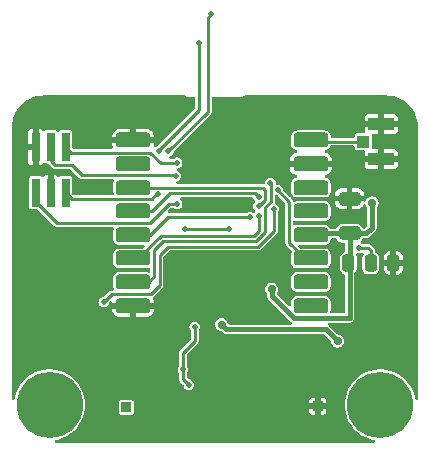
<source format=gbr>
%TF.GenerationSoftware,KiCad,Pcbnew,7.0.8*%
%TF.CreationDate,2023-11-19T15:13:28+01:00*%
%TF.ProjectId,AetherPhylax,41657468-6572-4506-9879-6c61782e6b69,rev?*%
%TF.SameCoordinates,Original*%
%TF.FileFunction,Copper,L2,Bot*%
%TF.FilePolarity,Positive*%
%FSLAX46Y46*%
G04 Gerber Fmt 4.6, Leading zero omitted, Abs format (unit mm)*
G04 Created by KiCad (PCBNEW 7.0.8) date 2023-11-19 15:13:28*
%MOMM*%
%LPD*%
G01*
G04 APERTURE LIST*
G04 Aperture macros list*
%AMRoundRect*
0 Rectangle with rounded corners*
0 $1 Rounding radius*
0 $2 $3 $4 $5 $6 $7 $8 $9 X,Y pos of 4 corners*
0 Add a 4 corners polygon primitive as box body*
4,1,4,$2,$3,$4,$5,$6,$7,$8,$9,$2,$3,0*
0 Add four circle primitives for the rounded corners*
1,1,$1+$1,$2,$3*
1,1,$1+$1,$4,$5*
1,1,$1+$1,$6,$7*
1,1,$1+$1,$8,$9*
0 Add four rect primitives between the rounded corners*
20,1,$1+$1,$2,$3,$4,$5,0*
20,1,$1+$1,$4,$5,$6,$7,0*
20,1,$1+$1,$6,$7,$8,$9,0*
20,1,$1+$1,$8,$9,$2,$3,0*%
G04 Aperture macros list end*
%TA.AperFunction,ComponentPad*%
%ADD10R,0.850000X0.850000*%
%TD*%
%TA.AperFunction,ComponentPad*%
%ADD11C,5.600000*%
%TD*%
%TA.AperFunction,SMDPad,CuDef*%
%ADD12R,1.050000X1.000000*%
%TD*%
%TA.AperFunction,SMDPad,CuDef*%
%ADD13R,2.200000X1.050000*%
%TD*%
%TA.AperFunction,SMDPad,CuDef*%
%ADD14RoundRect,0.250000X0.650000X-0.325000X0.650000X0.325000X-0.650000X0.325000X-0.650000X-0.325000X0*%
%TD*%
%TA.AperFunction,SMDPad,CuDef*%
%ADD15RoundRect,0.317500X-1.157500X-0.317500X1.157500X-0.317500X1.157500X0.317500X-1.157500X0.317500X0*%
%TD*%
%TA.AperFunction,SMDPad,CuDef*%
%ADD16RoundRect,0.250000X0.250000X0.475000X-0.250000X0.475000X-0.250000X-0.475000X0.250000X-0.475000X0*%
%TD*%
%TA.AperFunction,SMDPad,CuDef*%
%ADD17R,0.740000X2.400000*%
%TD*%
%TA.AperFunction,ViaPad*%
%ADD18C,0.700000*%
%TD*%
%TA.AperFunction,ViaPad*%
%ADD19C,0.500000*%
%TD*%
%TA.AperFunction,Conductor*%
%ADD20C,0.250000*%
%TD*%
%TA.AperFunction,Conductor*%
%ADD21C,0.400000*%
%TD*%
G04 APERTURE END LIST*
D10*
%TO.P,J1,1,Pin_1*%
%TO.N,VDD*%
X145050000Y-93950000D03*
%TD*%
%TO.P,J2,1,Pin_1*%
%TO.N,GND*%
X161250000Y-93850000D03*
%TD*%
D11*
%TO.P,H2,1,1*%
%TO.N,unconnected-(H2-Pad1)*%
X166550000Y-93750000D03*
%TD*%
%TO.P,H1,1,1*%
%TO.N,unconnected-(H1-Pad1)*%
X138550000Y-93750000D03*
%TD*%
D12*
%TO.P,ANT1,1,In*%
%TO.N,Net-(ANT1-In)*%
X165100000Y-71450000D03*
D13*
%TO.P,ANT1,2,Ext*%
%TO.N,GND*%
X166625000Y-69975000D03*
X166625000Y-72925000D03*
%TD*%
D14*
%TO.P,C4,1*%
%TO.N,+3V3*%
X163950000Y-79225000D03*
%TO.P,C4,2*%
%TO.N,GND*%
X163950000Y-76275000D03*
%TD*%
D15*
%TO.P,U4,1,GND*%
%TO.N,GND*%
X145625000Y-85350000D03*
%TO.P,U4,2,MISO*%
%TO.N,MISO*%
X145625000Y-83350000D03*
%TO.P,U4,3,MOSI*%
%TO.N,MOSI*%
X145625000Y-81350000D03*
%TO.P,U4,4,SCK*%
%TO.N,SCK*%
X145625000Y-79350000D03*
%TO.P,U4,5,NSS*%
%TO.N,CS*%
X145625000Y-77350000D03*
%TO.P,U4,6,RESET*%
%TO.N,RST*%
X145625000Y-75350000D03*
%TO.P,U4,7,DIO5*%
%TO.N,unconnected-(U4-DIO5-Pad7)*%
X145625000Y-73350000D03*
%TO.P,U4,8,GND*%
%TO.N,GND*%
X145625000Y-71350000D03*
%TO.P,U4,9,ANT*%
%TO.N,Net-(ANT1-In)*%
X160675000Y-71350000D03*
%TO.P,U4,10,GND*%
%TO.N,GND*%
X160675000Y-73350000D03*
%TO.P,U4,11,DIO3*%
%TO.N,unconnected-(U4-DIO3-Pad11)*%
X160675000Y-75350000D03*
%TO.P,U4,12,DIO4*%
%TO.N,unconnected-(U4-DIO4-Pad12)*%
X160675000Y-77350000D03*
%TO.P,U4,13,3.3V*%
%TO.N,+3V3*%
X160675000Y-79350000D03*
%TO.P,U4,14,DIO0*%
%TO.N,INT*%
X160675000Y-81350000D03*
%TO.P,U4,15,DIO1*%
%TO.N,unconnected-(U4-DIO1-Pad15)*%
X160675000Y-83350000D03*
%TO.P,U4,16,DIO2*%
%TO.N,unconnected-(U4-DIO2-Pad16)*%
X160675000Y-85350000D03*
%TD*%
D16*
%TO.P,JP2,1,A*%
%TO.N,GND*%
X167650000Y-81750000D03*
%TO.P,JP2,2,C*%
%TO.N,PA0*%
X165750000Y-81750000D03*
%TO.P,JP2,3,B*%
%TO.N,+3V3*%
X163850000Y-81750000D03*
%TD*%
D17*
%TO.P,DEBUG1,1,Pin_1*%
%TO.N,SWDIO*%
X139920000Y-75800000D03*
%TO.P,DEBUG1,2,Pin_2*%
%TO.N,SWCLK*%
X139920000Y-71900000D03*
%TO.P,DEBUG1,3,Pin_3*%
%TO.N,GND*%
X138650000Y-75800000D03*
%TO.P,DEBUG1,4,Pin_4*%
%TO.N,TX*%
X138650000Y-71900000D03*
%TO.P,DEBUG1,5,Pin_5*%
%TO.N,RX*%
X137380000Y-75800000D03*
%TO.P,DEBUG1,6,Pin_6*%
%TO.N,GND*%
X137380000Y-71900000D03*
%TD*%
D18*
%TO.N,GND*%
X156250000Y-90050000D03*
X142450000Y-68550000D03*
D19*
X155950000Y-88150000D03*
D18*
X151750000Y-76550000D03*
X152650000Y-82950000D03*
X162650000Y-68550000D03*
D19*
X152550000Y-90950000D03*
X153750000Y-89750000D03*
X152550000Y-89750000D03*
D18*
X153850000Y-74150000D03*
X163750000Y-72250000D03*
X153950000Y-76550000D03*
X157364115Y-80525536D03*
X151750000Y-74150000D03*
D19*
X153750000Y-90950000D03*
D18*
X151650000Y-82950000D03*
X162650000Y-69350000D03*
X152850000Y-76550000D03*
X157050000Y-72550000D03*
X161350000Y-90050000D03*
X152850000Y-74150000D03*
X157850000Y-72550000D03*
X153650000Y-82950000D03*
X158050000Y-79750000D03*
X162950000Y-72250000D03*
X142450000Y-69350000D03*
%TO.N,+BATT*%
X162950000Y-88350000D03*
X153112394Y-86945735D03*
%TO.N,+3V3*%
X165850000Y-76650000D03*
X157350000Y-83950000D03*
D19*
%TO.N,Net-(U3-~{RST}{slash}PF2)*%
X153744154Y-78856620D03*
X150043380Y-78856620D03*
%TO.N,VDD*%
X157550000Y-77150000D03*
X143150000Y-85050000D03*
%TO.N,SCL*%
X147800000Y-72287534D03*
X151199500Y-63075000D03*
%TO.N,SDA*%
X148609415Y-72264946D03*
X152250000Y-60650500D03*
%TO.N,PA0*%
X164750000Y-80450000D03*
%TO.N,SCK*%
X155543767Y-77856233D03*
%TO.N,MOSI*%
X156250000Y-77750000D03*
%TO.N,RST*%
X156256233Y-76943767D03*
%TO.N,CS*%
X156257188Y-76140416D03*
%TO.N,INT*%
X157856688Y-75550000D03*
%TO.N,MISO*%
X157250000Y-74990916D03*
%TO.N,SWDIO*%
X147713569Y-75924500D03*
%TO.N,SWCLK*%
X149350000Y-73250000D03*
%TO.N,TX*%
X149250000Y-74350000D03*
%TO.N,RX*%
X149350000Y-76750000D03*
%TO.N,/VSTOR*%
X149850000Y-90750000D03*
X150350000Y-92050000D03*
X150850000Y-87150000D03*
%TD*%
D20*
%TO.N,Net-(ANT1-In)*%
X160775000Y-71450000D02*
X160675000Y-71350000D01*
X165100000Y-71450000D02*
X160775000Y-71450000D01*
D21*
%TO.N,+BATT*%
X162950000Y-88350000D02*
X161950000Y-87350000D01*
X161950000Y-87350000D02*
X153516659Y-87350000D01*
X153516659Y-87350000D02*
X153112394Y-86945735D01*
%TO.N,+3V3*%
X165850000Y-78750000D02*
X165375000Y-79225000D01*
X163950000Y-86375760D02*
X163950000Y-79225000D01*
X163950000Y-79225000D02*
X160800000Y-79225000D01*
X159227122Y-86385000D02*
X163940760Y-86385000D01*
X157350000Y-84507878D02*
X159227122Y-86385000D01*
X165375000Y-79225000D02*
X163950000Y-79225000D01*
X163940760Y-86385000D02*
X163950000Y-86375760D01*
X157350000Y-83950000D02*
X157350000Y-84507878D01*
X160800000Y-79225000D02*
X160675000Y-79350000D01*
X165850000Y-76650000D02*
X165850000Y-78750000D01*
D20*
%TO.N,Net-(U3-~{RST}{slash}PF2)*%
X153744154Y-78856620D02*
X150043380Y-78856620D01*
X149950000Y-78950000D02*
X150043380Y-78856620D01*
%TO.N,VDD*%
X156222792Y-80350000D02*
X148550000Y-80350000D01*
X147875000Y-83625000D02*
X147110000Y-84390000D01*
X147875000Y-81025000D02*
X147875000Y-83625000D01*
X143810000Y-84390000D02*
X143150000Y-85050000D01*
X157550000Y-79022792D02*
X156222792Y-80350000D01*
X157550000Y-77150000D02*
X157550000Y-79022792D01*
X147110000Y-84390000D02*
X143810000Y-84390000D01*
X148550000Y-80350000D02*
X147875000Y-81025000D01*
%TO.N,SCL*%
X147800000Y-72287534D02*
X147800000Y-72159267D01*
X147800000Y-72159267D02*
X151199500Y-68759767D01*
X151199500Y-68759767D02*
X151199500Y-63075000D01*
%TO.N,SDA*%
X151947508Y-68940527D02*
X151947508Y-60952992D01*
X148623089Y-72264946D02*
X151947508Y-68940527D01*
X148609415Y-72264946D02*
X148623089Y-72264946D01*
X151947508Y-60952992D02*
X152250000Y-60650500D01*
%TO.N,PA0*%
X165750000Y-80650000D02*
X165750000Y-81750000D01*
X165550000Y-80450000D02*
X165750000Y-80650000D01*
X164750000Y-80450000D02*
X165550000Y-80450000D01*
%TO.N,SCK*%
X147100000Y-79350000D02*
X145625000Y-79350000D01*
X155537534Y-77850000D02*
X148600000Y-77850000D01*
X155543767Y-77856233D02*
X155537534Y-77850000D01*
X148600000Y-77850000D02*
X147100000Y-79350000D01*
%TO.N,MOSI*%
X146075906Y-81350000D02*
X145625000Y-81350000D01*
X156250000Y-79050000D02*
X155850000Y-79450000D01*
X156250000Y-77750000D02*
X156250000Y-79050000D01*
X147975906Y-79450000D02*
X146075906Y-81350000D01*
X155850000Y-79450000D02*
X147975906Y-79450000D01*
%TO.N,RST*%
X156832188Y-76378589D02*
X156832188Y-75543211D01*
X156832188Y-75543211D02*
X156638977Y-75350000D01*
X156267010Y-76943767D02*
X156832188Y-76378589D01*
X156256233Y-76943767D02*
X156267010Y-76943767D01*
X156638977Y-75350000D02*
X145625000Y-75350000D01*
%TO.N,CS*%
X147250000Y-77350000D02*
X145625000Y-77350000D01*
X155966772Y-75850000D02*
X148750000Y-75850000D01*
X156257188Y-76140416D02*
X155966772Y-75850000D01*
X148750000Y-75850000D02*
X147250000Y-77350000D01*
%TO.N,INT*%
X158850000Y-80050000D02*
X160150000Y-81350000D01*
X157856688Y-75550000D02*
X158850000Y-76543312D01*
X160150000Y-81350000D02*
X160675000Y-81350000D01*
X158850000Y-76543312D02*
X158850000Y-80050000D01*
%TO.N,MISO*%
X156036396Y-79900000D02*
X156831233Y-79105163D01*
X147425000Y-82875000D02*
X147425000Y-80675000D01*
X156831233Y-79105163D02*
X156831233Y-77015940D01*
X157282188Y-76564985D02*
X157282188Y-75023104D01*
X148200000Y-79900000D02*
X156036396Y-79900000D01*
X147425000Y-80675000D02*
X148200000Y-79900000D01*
X157282188Y-75023104D02*
X157250000Y-74990916D01*
X146950000Y-83350000D02*
X147425000Y-82875000D01*
X145625000Y-83350000D02*
X146950000Y-83350000D01*
X156831233Y-77015940D02*
X157282188Y-76564985D01*
%TO.N,SWDIO*%
X147203569Y-76310000D02*
X140430000Y-76310000D01*
X147589069Y-75924500D02*
X147203569Y-76310000D01*
X147713569Y-75924500D02*
X147589069Y-75924500D01*
X140430000Y-76310000D02*
X139920000Y-75800000D01*
%TO.N,SWCLK*%
X140410000Y-72390000D02*
X139920000Y-71900000D01*
X147090000Y-72390000D02*
X140410000Y-72390000D01*
X147950000Y-73250000D02*
X147090000Y-72390000D01*
X149350000Y-73250000D02*
X147950000Y-73250000D01*
%TO.N,TX*%
X138975000Y-73425000D02*
X140424620Y-73425000D01*
X138650000Y-71900000D02*
X138650000Y-73100000D01*
X140424620Y-73425000D02*
X141309620Y-74310000D01*
X138650000Y-73100000D02*
X138975000Y-73425000D01*
X149210000Y-74310000D02*
X149250000Y-74350000D01*
X141309620Y-74310000D02*
X149210000Y-74310000D01*
%TO.N,RX*%
X149350000Y-76750000D02*
X148681812Y-76750000D01*
X147081812Y-78350000D02*
X139170380Y-78350000D01*
X148681812Y-76750000D02*
X147081812Y-78350000D01*
X139170380Y-78350000D02*
X137380000Y-76559620D01*
X137380000Y-76559620D02*
X137380000Y-75800000D01*
%TO.N,/VSTOR*%
X150850000Y-88350000D02*
X149850000Y-89350000D01*
X149850000Y-89350000D02*
X149850000Y-91550000D01*
X150850000Y-87150000D02*
X150850000Y-88350000D01*
X149850000Y-91550000D02*
X150350000Y-92050000D01*
%TD*%
%TA.AperFunction,Conductor*%
%TO.N,GND*%
G36*
X150093039Y-67570185D02*
G01*
X150138794Y-67622989D01*
X150143188Y-67643188D01*
X150150000Y-67650000D01*
X150750000Y-67650000D01*
X150817039Y-67669685D01*
X150862794Y-67722489D01*
X150874000Y-67774000D01*
X150874000Y-68573578D01*
X150854315Y-68640617D01*
X150837681Y-68661259D01*
X147653400Y-71845539D01*
X147617236Y-71870650D01*
X147610930Y-71873529D01*
X147586694Y-71889105D01*
X147519654Y-71908788D01*
X147452615Y-71889102D01*
X147406861Y-71836297D01*
X147397509Y-71771241D01*
X147396748Y-71771182D01*
X147397014Y-71767795D01*
X147396920Y-71767138D01*
X147397202Y-71765407D01*
X147400000Y-71729865D01*
X147400000Y-71600000D01*
X143850001Y-71600000D01*
X143850001Y-71729861D01*
X143852754Y-71764862D01*
X143893731Y-71905905D01*
X143893531Y-71975775D01*
X143855588Y-72034445D01*
X143791950Y-72063288D01*
X143774654Y-72064500D01*
X140614500Y-72064500D01*
X140547461Y-72044815D01*
X140501706Y-71992011D01*
X140490500Y-71940500D01*
X140490500Y-71100000D01*
X143850000Y-71100000D01*
X145375000Y-71100000D01*
X145375000Y-70415000D01*
X145875000Y-70415000D01*
X145875000Y-71100000D01*
X147399999Y-71100000D01*
X147399999Y-70970139D01*
X147397245Y-70935137D01*
X147353716Y-70785310D01*
X147274301Y-70651025D01*
X147274294Y-70651016D01*
X147163983Y-70540705D01*
X147163974Y-70540698D01*
X147029688Y-70461282D01*
X147029683Y-70461280D01*
X146879870Y-70417755D01*
X146879864Y-70417754D01*
X146844865Y-70415000D01*
X145875000Y-70415000D01*
X145375000Y-70415000D01*
X145374999Y-70415000D01*
X144405139Y-70415001D01*
X144370137Y-70417754D01*
X144220310Y-70461283D01*
X144086025Y-70540698D01*
X144086016Y-70540705D01*
X143975705Y-70651016D01*
X143975698Y-70651025D01*
X143896282Y-70785311D01*
X143896280Y-70785316D01*
X143852755Y-70935129D01*
X143852754Y-70935135D01*
X143850000Y-70970135D01*
X143850000Y-71100000D01*
X140490500Y-71100000D01*
X140490500Y-70680249D01*
X140490499Y-70680247D01*
X140478868Y-70621770D01*
X140478867Y-70621769D01*
X140434552Y-70555447D01*
X140368230Y-70511132D01*
X140368229Y-70511131D01*
X140309752Y-70499500D01*
X140309748Y-70499500D01*
X139530252Y-70499500D01*
X139530247Y-70499500D01*
X139471770Y-70511131D01*
X139471769Y-70511132D01*
X139405447Y-70555447D01*
X139388102Y-70581407D01*
X139334489Y-70626212D01*
X139265164Y-70634919D01*
X139202137Y-70604764D01*
X139181898Y-70581407D01*
X139164552Y-70555447D01*
X139098230Y-70511132D01*
X139098229Y-70511131D01*
X139039752Y-70499500D01*
X139039748Y-70499500D01*
X138260252Y-70499500D01*
X138260247Y-70499500D01*
X138201770Y-70511131D01*
X138201767Y-70511133D01*
X138156675Y-70541262D01*
X138089997Y-70562139D01*
X138022618Y-70543653D01*
X138000105Y-70525840D01*
X137922479Y-70448214D01*
X137922474Y-70448211D01*
X137819876Y-70402910D01*
X137794794Y-70400000D01*
X137630000Y-70400000D01*
X137630000Y-73399999D01*
X137794786Y-73399999D01*
X137794808Y-73399997D01*
X137819869Y-73397091D01*
X137819873Y-73397090D01*
X137922474Y-73351788D01*
X137922475Y-73351788D01*
X138000104Y-73274159D01*
X138061427Y-73240674D01*
X138131119Y-73245658D01*
X138156676Y-73258738D01*
X138201766Y-73288866D01*
X138201770Y-73288868D01*
X138260247Y-73300499D01*
X138260250Y-73300500D01*
X138260252Y-73300500D01*
X138337426Y-73300500D01*
X138404465Y-73320185D01*
X138417129Y-73329508D01*
X138427813Y-73338473D01*
X138431804Y-73342130D01*
X138732868Y-73643195D01*
X138736523Y-73647184D01*
X138762541Y-73678190D01*
X138762542Y-73678191D01*
X138762545Y-73678194D01*
X138791387Y-73694845D01*
X138797604Y-73698435D01*
X138802154Y-73701333D01*
X138835316Y-73724553D01*
X138835318Y-73724553D01*
X138835319Y-73724554D01*
X138840168Y-73726815D01*
X138856947Y-73733765D01*
X138861952Y-73735587D01*
X138861953Y-73735587D01*
X138861955Y-73735588D01*
X138901829Y-73742618D01*
X138907092Y-73743786D01*
X138918907Y-73746951D01*
X138946193Y-73754263D01*
X138986510Y-73750735D01*
X138991912Y-73750500D01*
X140238432Y-73750500D01*
X140305471Y-73770185D01*
X140326113Y-73786819D01*
X141067483Y-74528189D01*
X141071138Y-74532178D01*
X141097161Y-74563190D01*
X141097163Y-74563191D01*
X141097165Y-74563194D01*
X141097167Y-74563195D01*
X141097168Y-74563196D01*
X141132219Y-74583433D01*
X141136782Y-74586339D01*
X141169936Y-74609554D01*
X141169939Y-74609554D01*
X141174796Y-74611820D01*
X141191553Y-74618760D01*
X141196570Y-74620586D01*
X141196572Y-74620586D01*
X141196575Y-74620588D01*
X141236438Y-74627616D01*
X141241696Y-74628782D01*
X141280813Y-74639264D01*
X141321138Y-74635735D01*
X141326542Y-74635500D01*
X143885042Y-74635500D01*
X143952081Y-74655185D01*
X143997836Y-74707989D01*
X144007780Y-74777147D01*
X144000396Y-74804990D01*
X143959498Y-74908698D01*
X143959496Y-74908704D01*
X143949500Y-74991947D01*
X143949500Y-75708052D01*
X143959496Y-75791295D01*
X143959497Y-75791298D01*
X143968848Y-75815009D01*
X143975130Y-75884596D01*
X143942794Y-75946532D01*
X143882105Y-75981154D01*
X143853494Y-75984500D01*
X140616188Y-75984500D01*
X140549149Y-75964815D01*
X140528507Y-75948181D01*
X140526819Y-75946493D01*
X140493334Y-75885170D01*
X140490500Y-75858812D01*
X140490500Y-74580249D01*
X140490499Y-74580247D01*
X140478868Y-74521770D01*
X140478867Y-74521769D01*
X140434552Y-74455447D01*
X140368230Y-74411132D01*
X140368229Y-74411131D01*
X140309752Y-74399500D01*
X140309748Y-74399500D01*
X139530252Y-74399500D01*
X139530247Y-74399500D01*
X139471770Y-74411131D01*
X139471767Y-74411133D01*
X139426675Y-74441262D01*
X139359997Y-74462139D01*
X139292618Y-74443653D01*
X139270105Y-74425840D01*
X139192479Y-74348214D01*
X139192474Y-74348211D01*
X139089876Y-74302910D01*
X139064794Y-74300000D01*
X138900000Y-74300000D01*
X138900000Y-75926000D01*
X138880315Y-75993039D01*
X138827511Y-76038794D01*
X138776000Y-76050000D01*
X138524000Y-76050000D01*
X138456961Y-76030315D01*
X138411206Y-75977511D01*
X138400000Y-75926000D01*
X138400000Y-74300000D01*
X138235214Y-74300000D01*
X138235191Y-74300002D01*
X138210130Y-74302908D01*
X138210126Y-74302909D01*
X138107525Y-74348211D01*
X138107523Y-74348212D01*
X138029894Y-74425841D01*
X137968570Y-74459325D01*
X137898879Y-74454341D01*
X137873323Y-74441262D01*
X137839547Y-74418694D01*
X137828231Y-74411133D01*
X137828230Y-74411132D01*
X137828229Y-74411132D01*
X137828229Y-74411131D01*
X137769752Y-74399500D01*
X137769748Y-74399500D01*
X136990252Y-74399500D01*
X136990247Y-74399500D01*
X136931770Y-74411131D01*
X136931769Y-74411132D01*
X136865447Y-74455447D01*
X136821132Y-74521769D01*
X136821131Y-74521770D01*
X136809500Y-74580247D01*
X136809500Y-77019752D01*
X136821131Y-77078229D01*
X136821132Y-77078230D01*
X136865447Y-77144552D01*
X136931769Y-77188867D01*
X136931770Y-77188868D01*
X136990247Y-77200499D01*
X136990250Y-77200500D01*
X136990252Y-77200500D01*
X137509192Y-77200500D01*
X137576231Y-77220185D01*
X137596873Y-77236819D01*
X138928243Y-78568189D01*
X138931898Y-78572178D01*
X138957921Y-78603190D01*
X138957923Y-78603191D01*
X138957925Y-78603194D01*
X138957927Y-78603195D01*
X138957928Y-78603196D01*
X138992979Y-78623433D01*
X138997542Y-78626339D01*
X139030696Y-78649554D01*
X139030699Y-78649554D01*
X139035556Y-78651820D01*
X139052313Y-78658760D01*
X139057333Y-78660587D01*
X139057335Y-78660588D01*
X139093186Y-78666909D01*
X139097188Y-78667615D01*
X139102460Y-78668783D01*
X139141573Y-78679264D01*
X139181902Y-78675735D01*
X139187304Y-78675500D01*
X143869268Y-78675500D01*
X143936307Y-78695185D01*
X143982062Y-78747989D01*
X143992006Y-78817147D01*
X143984622Y-78844990D01*
X143959498Y-78908698D01*
X143959496Y-78908704D01*
X143949500Y-78991947D01*
X143949500Y-79708052D01*
X143959496Y-79791295D01*
X144011736Y-79923766D01*
X144097774Y-80037225D01*
X144207901Y-80120736D01*
X144211236Y-80123265D01*
X144343703Y-80175503D01*
X144426948Y-80185500D01*
X146480718Y-80185500D01*
X146547757Y-80205185D01*
X146593512Y-80257989D01*
X146603456Y-80327147D01*
X146574431Y-80390703D01*
X146568399Y-80397181D01*
X146487399Y-80478181D01*
X146426076Y-80511666D01*
X146399718Y-80514500D01*
X144426948Y-80514500D01*
X144343704Y-80524496D01*
X144211233Y-80576736D01*
X144097774Y-80662774D01*
X144011736Y-80776233D01*
X143959496Y-80908704D01*
X143949500Y-80991947D01*
X143949500Y-81708052D01*
X143959496Y-81791295D01*
X144011736Y-81923766D01*
X144097774Y-82037225D01*
X144150499Y-82077207D01*
X144211236Y-82123265D01*
X144343703Y-82175503D01*
X144426948Y-82185500D01*
X146823052Y-82185500D01*
X146906297Y-82175503D01*
X146930009Y-82166151D01*
X146999596Y-82159870D01*
X147061532Y-82192206D01*
X147096154Y-82252895D01*
X147099500Y-82281506D01*
X147099500Y-82418493D01*
X147079815Y-82485532D01*
X147027011Y-82531287D01*
X146957853Y-82541231D01*
X146930013Y-82533849D01*
X146906297Y-82524497D01*
X146906295Y-82524496D01*
X146823052Y-82514500D01*
X144426948Y-82514500D01*
X144343704Y-82524496D01*
X144211233Y-82576736D01*
X144097774Y-82662774D01*
X144011736Y-82776233D01*
X143959496Y-82908704D01*
X143949500Y-82991947D01*
X143949500Y-83708052D01*
X143959496Y-83791295D01*
X143959498Y-83791301D01*
X144000396Y-83895010D01*
X144006678Y-83964597D01*
X143974341Y-84026533D01*
X143913653Y-84061154D01*
X143885042Y-84064500D01*
X143826922Y-84064500D01*
X143821518Y-84064264D01*
X143816107Y-84063790D01*
X143781192Y-84060735D01*
X143781191Y-84060735D01*
X143742091Y-84071212D01*
X143736811Y-84072383D01*
X143696959Y-84079410D01*
X143691961Y-84081229D01*
X143675117Y-84088206D01*
X143670313Y-84090446D01*
X143637166Y-84113656D01*
X143632606Y-84116562D01*
X143597548Y-84136804D01*
X143597545Y-84136806D01*
X143597543Y-84136808D01*
X143597541Y-84136810D01*
X143571524Y-84167815D01*
X143567868Y-84171804D01*
X143365230Y-84374444D01*
X143176493Y-84563181D01*
X143115170Y-84596666D01*
X143088812Y-84599500D01*
X143085226Y-84599500D01*
X142960935Y-84635994D01*
X142960932Y-84635995D01*
X142960931Y-84635996D01*
X142919264Y-84662774D01*
X142851950Y-84706033D01*
X142767118Y-84803937D01*
X142767117Y-84803938D01*
X142713302Y-84921774D01*
X142694867Y-85050000D01*
X142713302Y-85178225D01*
X142765090Y-85291623D01*
X142767118Y-85296063D01*
X142851951Y-85393967D01*
X142960931Y-85464004D01*
X143085225Y-85500499D01*
X143085227Y-85500500D01*
X143085228Y-85500500D01*
X143214773Y-85500500D01*
X143214773Y-85500499D01*
X143339069Y-85464004D01*
X143448049Y-85393967D01*
X143532882Y-85296063D01*
X143586697Y-85178226D01*
X143598387Y-85096914D01*
X143627409Y-85033361D01*
X143633437Y-85026887D01*
X143638328Y-85021996D01*
X143699654Y-84988518D01*
X143769345Y-84993510D01*
X143825275Y-85035387D01*
X143848989Y-85098989D01*
X143850000Y-85100000D01*
X147399999Y-85100000D01*
X147399999Y-84970139D01*
X147397245Y-84935137D01*
X147353716Y-84785309D01*
X147336269Y-84755808D01*
X147319085Y-84688085D01*
X147341244Y-84621822D01*
X147355313Y-84605011D01*
X148093210Y-83867115D01*
X148097172Y-83863484D01*
X148128194Y-83837455D01*
X148148444Y-83802379D01*
X148151328Y-83797852D01*
X148174554Y-83764684D01*
X148174554Y-83764681D01*
X148176819Y-83759824D01*
X148183747Y-83743099D01*
X148185587Y-83738046D01*
X148185588Y-83738045D01*
X148192621Y-83698150D01*
X148193777Y-83692937D01*
X148204263Y-83653807D01*
X148200735Y-83613489D01*
X148200500Y-83608086D01*
X148200500Y-81211188D01*
X148220185Y-81144149D01*
X148236819Y-81123507D01*
X148648508Y-80711819D01*
X148709831Y-80678334D01*
X148736189Y-80675500D01*
X156205870Y-80675500D01*
X156211273Y-80675735D01*
X156251599Y-80679264D01*
X156290732Y-80668777D01*
X156295954Y-80667619D01*
X156335837Y-80660588D01*
X156335842Y-80660584D01*
X156340891Y-80658747D01*
X156357616Y-80651819D01*
X156362473Y-80649554D01*
X156362476Y-80649554D01*
X156395633Y-80626335D01*
X156400182Y-80623438D01*
X156435247Y-80603194D01*
X156461273Y-80572176D01*
X156464914Y-80568202D01*
X157768204Y-79264912D01*
X157772166Y-79261281D01*
X157803194Y-79235247D01*
X157823438Y-79200182D01*
X157826335Y-79195633D01*
X157849554Y-79162476D01*
X157849554Y-79162473D01*
X157851819Y-79157616D01*
X157858747Y-79140891D01*
X157860584Y-79135842D01*
X157860588Y-79135837D01*
X157867619Y-79095954D01*
X157868777Y-79090732D01*
X157879264Y-79051599D01*
X157875735Y-79011270D01*
X157875500Y-79005867D01*
X157875500Y-77508535D01*
X157895185Y-77441496D01*
X157905783Y-77427336D01*
X157932882Y-77396063D01*
X157986697Y-77278226D01*
X158005133Y-77150000D01*
X157986697Y-77021774D01*
X157932882Y-76903937D01*
X157848049Y-76806033D01*
X157739069Y-76735996D01*
X157739067Y-76735995D01*
X157739065Y-76735994D01*
X157699963Y-76724513D01*
X157641185Y-76686739D01*
X157612160Y-76623183D01*
X157611370Y-76594722D01*
X157611449Y-76593799D01*
X157611452Y-76593792D01*
X157607923Y-76553463D01*
X157607688Y-76548060D01*
X157607688Y-76112050D01*
X157627373Y-76045011D01*
X157680177Y-75999256D01*
X157749335Y-75989312D01*
X157766610Y-75993069D01*
X157791916Y-76000500D01*
X157795500Y-76000500D01*
X157798939Y-76001509D01*
X157800693Y-76001762D01*
X157800656Y-76002014D01*
X157862539Y-76020185D01*
X157883181Y-76036819D01*
X158488181Y-76641819D01*
X158521666Y-76703142D01*
X158524500Y-76729500D01*
X158524500Y-80033078D01*
X158524264Y-80038485D01*
X158520735Y-80078808D01*
X158531212Y-80117910D01*
X158532383Y-80123190D01*
X158539411Y-80163043D01*
X158541235Y-80168055D01*
X158548197Y-80184861D01*
X158550445Y-80189681D01*
X158550446Y-80189684D01*
X158555433Y-80196806D01*
X158573655Y-80222831D01*
X158576561Y-80227392D01*
X158596806Y-80262455D01*
X158627815Y-80288475D01*
X158631805Y-80292131D01*
X159019546Y-80679872D01*
X159053031Y-80741195D01*
X159048047Y-80810887D01*
X159047220Y-80813042D01*
X159009497Y-80908702D01*
X159009496Y-80908704D01*
X158999500Y-80991947D01*
X158999500Y-81708052D01*
X159009496Y-81791295D01*
X159061736Y-81923766D01*
X159147774Y-82037225D01*
X159200499Y-82077207D01*
X159261236Y-82123265D01*
X159393703Y-82175503D01*
X159476948Y-82185500D01*
X161873052Y-82185500D01*
X161956297Y-82175503D01*
X162088764Y-82123265D01*
X162202225Y-82037225D01*
X162288265Y-81923764D01*
X162340503Y-81791297D01*
X162350500Y-81708052D01*
X162350500Y-80991948D01*
X162340503Y-80908703D01*
X162288265Y-80776236D01*
X162266488Y-80747518D01*
X162202225Y-80662774D01*
X162088766Y-80576736D01*
X162088764Y-80576735D01*
X161956297Y-80524497D01*
X161956296Y-80524496D01*
X161956295Y-80524496D01*
X161873052Y-80514500D01*
X159826188Y-80514500D01*
X159759149Y-80494815D01*
X159738507Y-80478181D01*
X159657507Y-80397181D01*
X159624022Y-80335858D01*
X159629006Y-80266166D01*
X159670878Y-80210233D01*
X159736342Y-80185816D01*
X159745188Y-80185500D01*
X161873052Y-80185500D01*
X161956297Y-80175503D01*
X162088764Y-80123265D01*
X162202225Y-80037225D01*
X162288265Y-79923764D01*
X162340503Y-79791297D01*
X162347298Y-79734714D01*
X162374835Y-79670501D01*
X162432718Y-79631368D01*
X162470413Y-79625500D01*
X162761153Y-79625500D01*
X162828192Y-79645185D01*
X162873947Y-79697989D01*
X162878187Y-79708528D01*
X162897207Y-79762882D01*
X162977850Y-79872150D01*
X163087118Y-79952793D01*
X163129845Y-79967744D01*
X163215299Y-79997646D01*
X163245730Y-80000500D01*
X163245734Y-80000500D01*
X163425500Y-80000500D01*
X163492539Y-80020185D01*
X163538294Y-80072989D01*
X163549500Y-80124500D01*
X163549500Y-80727404D01*
X163529815Y-80794443D01*
X163477011Y-80840198D01*
X163466456Y-80844445D01*
X163387117Y-80872207D01*
X163277850Y-80952850D01*
X163197207Y-81062117D01*
X163197206Y-81062119D01*
X163152353Y-81190298D01*
X163152353Y-81190300D01*
X163149500Y-81220730D01*
X163149500Y-82279269D01*
X163152353Y-82309699D01*
X163152353Y-82309701D01*
X163197206Y-82437880D01*
X163197207Y-82437882D01*
X163277850Y-82547150D01*
X163387118Y-82627793D01*
X163466458Y-82655555D01*
X163523231Y-82696275D01*
X163548978Y-82761228D01*
X163549500Y-82772595D01*
X163549500Y-85860500D01*
X163529815Y-85927539D01*
X163477011Y-85973294D01*
X163425500Y-85984500D01*
X162446506Y-85984500D01*
X162379467Y-85964815D01*
X162333712Y-85912011D01*
X162323768Y-85842853D01*
X162331152Y-85815009D01*
X162340503Y-85791297D01*
X162350500Y-85708052D01*
X162350500Y-84991948D01*
X162340503Y-84908703D01*
X162288265Y-84776236D01*
X162288263Y-84776233D01*
X162202225Y-84662774D01*
X162088766Y-84576736D01*
X162088764Y-84576735D01*
X161956297Y-84524497D01*
X161956296Y-84524496D01*
X161956295Y-84524496D01*
X161873052Y-84514500D01*
X159476948Y-84514500D01*
X159393704Y-84524496D01*
X159261233Y-84576736D01*
X159147774Y-84662774D01*
X159061736Y-84776233D01*
X159009496Y-84908704D01*
X158999500Y-84991947D01*
X158999500Y-85291623D01*
X158979815Y-85358662D01*
X158927011Y-85404417D01*
X158857853Y-85414361D01*
X158794297Y-85385336D01*
X158787819Y-85379304D01*
X157823212Y-84414697D01*
X157789727Y-84353374D01*
X157794711Y-84283682D01*
X157812516Y-84251532D01*
X157830861Y-84227625D01*
X157886330Y-84093709D01*
X157905250Y-83950000D01*
X157886330Y-83806291D01*
X157845639Y-83708052D01*
X158999500Y-83708052D01*
X159009496Y-83791295D01*
X159061736Y-83923766D01*
X159147774Y-84037225D01*
X159261233Y-84123263D01*
X159261236Y-84123265D01*
X159393703Y-84175503D01*
X159476948Y-84185500D01*
X161873052Y-84185500D01*
X161956297Y-84175503D01*
X162088764Y-84123265D01*
X162202225Y-84037225D01*
X162288265Y-83923764D01*
X162340503Y-83791297D01*
X162350500Y-83708052D01*
X162350500Y-82991948D01*
X162340503Y-82908703D01*
X162288265Y-82776236D01*
X162211875Y-82675500D01*
X162202225Y-82662774D01*
X162088766Y-82576736D01*
X162088764Y-82576735D01*
X161956297Y-82524497D01*
X161956296Y-82524496D01*
X161956295Y-82524496D01*
X161873052Y-82514500D01*
X159476948Y-82514500D01*
X159393704Y-82524496D01*
X159261233Y-82576736D01*
X159147774Y-82662774D01*
X159061736Y-82776233D01*
X159009496Y-82908704D01*
X158999500Y-82991947D01*
X158999500Y-83708052D01*
X157845639Y-83708052D01*
X157830861Y-83672375D01*
X157742621Y-83557379D01*
X157627625Y-83469139D01*
X157627624Y-83469138D01*
X157627622Y-83469137D01*
X157493712Y-83413671D01*
X157493710Y-83413670D01*
X157493709Y-83413670D01*
X157421854Y-83404210D01*
X157350001Y-83394750D01*
X157349999Y-83394750D01*
X157206291Y-83413670D01*
X157206287Y-83413671D01*
X157072377Y-83469137D01*
X156957379Y-83557379D01*
X156869137Y-83672377D01*
X156813671Y-83806287D01*
X156813670Y-83806291D01*
X156794750Y-83950000D01*
X156813240Y-84090446D01*
X156813670Y-84093708D01*
X156813671Y-84093712D01*
X156869138Y-84227623D01*
X156869139Y-84227625D01*
X156923875Y-84298957D01*
X156949070Y-84364125D01*
X156949500Y-84374444D01*
X156949500Y-84571307D01*
X156949501Y-84571317D01*
X156956346Y-84592385D01*
X156960887Y-84611296D01*
X156964354Y-84633182D01*
X156964355Y-84633185D01*
X156974412Y-84652923D01*
X156981857Y-84670896D01*
X156988704Y-84691968D01*
X157001726Y-84709892D01*
X157011890Y-84726478D01*
X157021950Y-84746220D01*
X157042864Y-84767134D01*
X157042893Y-84767165D01*
X158899072Y-86623342D01*
X158988780Y-86713050D01*
X158992633Y-86715013D01*
X158996472Y-86718638D01*
X158996679Y-86718789D01*
X158996659Y-86718815D01*
X159043431Y-86762986D01*
X159060228Y-86830806D01*
X159037693Y-86896942D01*
X158982980Y-86940395D01*
X158936342Y-86949500D01*
X153776884Y-86949500D01*
X153709845Y-86929815D01*
X153664090Y-86877011D01*
X153653945Y-86841685D01*
X153649251Y-86806033D01*
X153648724Y-86802026D01*
X153602523Y-86690486D01*
X153593256Y-86668112D01*
X153593255Y-86668111D01*
X153593255Y-86668110D01*
X153505015Y-86553114D01*
X153390019Y-86464874D01*
X153390018Y-86464873D01*
X153390016Y-86464872D01*
X153256106Y-86409406D01*
X153256104Y-86409405D01*
X153256103Y-86409405D01*
X153184248Y-86399945D01*
X153112395Y-86390485D01*
X153112393Y-86390485D01*
X152968685Y-86409405D01*
X152968681Y-86409406D01*
X152834771Y-86464872D01*
X152719773Y-86553114D01*
X152631531Y-86668112D01*
X152576065Y-86802022D01*
X152576064Y-86802026D01*
X152558834Y-86932902D01*
X152557144Y-86945735D01*
X152566419Y-87016188D01*
X152576064Y-87089443D01*
X152576065Y-87089447D01*
X152631531Y-87223357D01*
X152631532Y-87223359D01*
X152631533Y-87223360D01*
X152719773Y-87338356D01*
X152834769Y-87426596D01*
X152834770Y-87426596D01*
X152834771Y-87426597D01*
X152870741Y-87441496D01*
X152968685Y-87482065D01*
X153057829Y-87493800D01*
X153121724Y-87522066D01*
X153129312Y-87529046D01*
X153255750Y-87655484D01*
X153257655Y-87657389D01*
X153257665Y-87657398D01*
X153278317Y-87678050D01*
X153298053Y-87688106D01*
X153314641Y-87698271D01*
X153332569Y-87711296D01*
X153353638Y-87718141D01*
X153371617Y-87725588D01*
X153391355Y-87735646D01*
X153413237Y-87739111D01*
X153432150Y-87743652D01*
X153453226Y-87750500D01*
X153485140Y-87750500D01*
X161732745Y-87750500D01*
X161799784Y-87770185D01*
X161820426Y-87786819D01*
X162366675Y-88333068D01*
X162400160Y-88394391D01*
X162401933Y-88404563D01*
X162413670Y-88493707D01*
X162413671Y-88493712D01*
X162469137Y-88627622D01*
X162469138Y-88627624D01*
X162469139Y-88627625D01*
X162557379Y-88742621D01*
X162672375Y-88830861D01*
X162806291Y-88886330D01*
X162933280Y-88903048D01*
X162949999Y-88905250D01*
X162950000Y-88905250D01*
X162950001Y-88905250D01*
X162964977Y-88903278D01*
X163093709Y-88886330D01*
X163227625Y-88830861D01*
X163342621Y-88742621D01*
X163430861Y-88627625D01*
X163486330Y-88493709D01*
X163505250Y-88350000D01*
X163503733Y-88338481D01*
X163503021Y-88333068D01*
X163486330Y-88206291D01*
X163430861Y-88072375D01*
X163342621Y-87957379D01*
X163227625Y-87869139D01*
X163227624Y-87869138D01*
X163227622Y-87869137D01*
X163093712Y-87813671D01*
X163093710Y-87813670D01*
X163093709Y-87813670D01*
X163045009Y-87807258D01*
X163004563Y-87801933D01*
X162940666Y-87773666D01*
X162933068Y-87766675D01*
X162209287Y-87042893D01*
X162209256Y-87042864D01*
X162188342Y-87021950D01*
X162188341Y-87021949D01*
X162184482Y-87019983D01*
X162180638Y-87016353D01*
X162180446Y-87016213D01*
X162180464Y-87016188D01*
X162133688Y-86972008D01*
X162116894Y-86904186D01*
X162139433Y-86838052D01*
X162194149Y-86794602D01*
X162240780Y-86785500D01*
X164004191Y-86785500D01*
X164004193Y-86785500D01*
X164025261Y-86778654D01*
X164044177Y-86774112D01*
X164066064Y-86770646D01*
X164085804Y-86760586D01*
X164103771Y-86753144D01*
X164124850Y-86746296D01*
X164142786Y-86733263D01*
X164159348Y-86723114D01*
X164179102Y-86713050D01*
X164194592Y-86697558D01*
X164194601Y-86697552D01*
X164255482Y-86636671D01*
X164262145Y-86630006D01*
X164268810Y-86623342D01*
X164278050Y-86614102D01*
X164288109Y-86594357D01*
X164298271Y-86577774D01*
X164311296Y-86559850D01*
X164318141Y-86538782D01*
X164325586Y-86520805D01*
X164335646Y-86501064D01*
X164339112Y-86479175D01*
X164343652Y-86460261D01*
X164350499Y-86439193D01*
X164350499Y-86409836D01*
X164350500Y-86409811D01*
X164350500Y-82662628D01*
X164370185Y-82595589D01*
X164400866Y-82562857D01*
X164422150Y-82547150D01*
X164502793Y-82437882D01*
X164531290Y-82356443D01*
X164547646Y-82309701D01*
X164547646Y-82309699D01*
X164550500Y-82279269D01*
X164550500Y-81220730D01*
X164547646Y-81190300D01*
X164547646Y-81190298D01*
X164499724Y-81053348D01*
X164502425Y-81052402D01*
X164491486Y-80998592D01*
X164516794Y-80933467D01*
X164573294Y-80892363D01*
X164643047Y-80888330D01*
X164649950Y-80890141D01*
X164685228Y-80900500D01*
X164814773Y-80900500D01*
X164814773Y-80900499D01*
X164939069Y-80864004D01*
X164950885Y-80856410D01*
X165017918Y-80836725D01*
X165084958Y-80856407D01*
X165130715Y-80909209D01*
X165140662Y-80978367D01*
X165117695Y-81034356D01*
X165097209Y-81062114D01*
X165097206Y-81062119D01*
X165052353Y-81190298D01*
X165052353Y-81190300D01*
X165049500Y-81220730D01*
X165049500Y-82279269D01*
X165052353Y-82309699D01*
X165052353Y-82309701D01*
X165097206Y-82437880D01*
X165097207Y-82437882D01*
X165177850Y-82547150D01*
X165287118Y-82627793D01*
X165329845Y-82642744D01*
X165415299Y-82672646D01*
X165445730Y-82675500D01*
X165445734Y-82675500D01*
X166054270Y-82675500D01*
X166084699Y-82672646D01*
X166084701Y-82672646D01*
X166148790Y-82650219D01*
X166212882Y-82627793D01*
X166322150Y-82547150D01*
X166402793Y-82437882D01*
X166431290Y-82356443D01*
X166447646Y-82309701D01*
X166447646Y-82309699D01*
X166450500Y-82279269D01*
X166450500Y-82000000D01*
X166850000Y-82000000D01*
X166850000Y-82268053D01*
X166860613Y-82356443D01*
X166916079Y-82497095D01*
X167007435Y-82617564D01*
X167127904Y-82708920D01*
X167268556Y-82764386D01*
X167356946Y-82775000D01*
X167400000Y-82775000D01*
X167400000Y-82000000D01*
X167900000Y-82000000D01*
X167900000Y-82775000D01*
X167943054Y-82775000D01*
X168031443Y-82764386D01*
X168172095Y-82708920D01*
X168292564Y-82617564D01*
X168383920Y-82497095D01*
X168439386Y-82356443D01*
X168450000Y-82268053D01*
X168450000Y-82000000D01*
X167900000Y-82000000D01*
X167400000Y-82000000D01*
X166850000Y-82000000D01*
X166450500Y-82000000D01*
X166450500Y-81500000D01*
X166850000Y-81500000D01*
X167400000Y-81500000D01*
X167400000Y-80725000D01*
X167900000Y-80725000D01*
X167900000Y-81500000D01*
X168450000Y-81500000D01*
X168450000Y-81231946D01*
X168439386Y-81143556D01*
X168383920Y-81002904D01*
X168292564Y-80882435D01*
X168172095Y-80791079D01*
X168031443Y-80735613D01*
X167943054Y-80725000D01*
X167900000Y-80725000D01*
X167400000Y-80725000D01*
X167356946Y-80725000D01*
X167268556Y-80735613D01*
X167127904Y-80791079D01*
X167007435Y-80882435D01*
X166916079Y-81002904D01*
X166860613Y-81143556D01*
X166850000Y-81231946D01*
X166850000Y-81500000D01*
X166450500Y-81500000D01*
X166450500Y-81220730D01*
X166447646Y-81190300D01*
X166447646Y-81190298D01*
X166402793Y-81062119D01*
X166402792Y-81062117D01*
X166395622Y-81052402D01*
X166322150Y-80952850D01*
X166212882Y-80872207D01*
X166189445Y-80864006D01*
X166158544Y-80853193D01*
X166101768Y-80812471D01*
X166076022Y-80747518D01*
X166075500Y-80736152D01*
X166075500Y-80666920D01*
X166075736Y-80661513D01*
X166076783Y-80649554D01*
X166079264Y-80621193D01*
X166068782Y-80582076D01*
X166067616Y-80576818D01*
X166060588Y-80536955D01*
X166060586Y-80536952D01*
X166060586Y-80536950D01*
X166058760Y-80531933D01*
X166051820Y-80515176D01*
X166049554Y-80510319D01*
X166049554Y-80510316D01*
X166026339Y-80477162D01*
X166023433Y-80472599D01*
X166003196Y-80437548D01*
X166003195Y-80437547D01*
X166003194Y-80437545D01*
X165972177Y-80411518D01*
X165968193Y-80407867D01*
X165887473Y-80327147D01*
X165792119Y-80231793D01*
X165788474Y-80227814D01*
X165762456Y-80196807D01*
X165762455Y-80196806D01*
X165750118Y-80189683D01*
X165727392Y-80176561D01*
X165722831Y-80173655D01*
X165707675Y-80163043D01*
X165689684Y-80150446D01*
X165689681Y-80150445D01*
X165684861Y-80148197D01*
X165668055Y-80141235D01*
X165663043Y-80139411D01*
X165623190Y-80132383D01*
X165617910Y-80131212D01*
X165578808Y-80120735D01*
X165543892Y-80123790D01*
X165538481Y-80124264D01*
X165533078Y-80124500D01*
X165113194Y-80124500D01*
X165046155Y-80104816D01*
X164956851Y-80047423D01*
X164911098Y-79994622D01*
X164901154Y-79925464D01*
X164924120Y-79869480D01*
X165002793Y-79762882D01*
X165021806Y-79708543D01*
X165062527Y-79651769D01*
X165127480Y-79626022D01*
X165138847Y-79625500D01*
X165438431Y-79625500D01*
X165438433Y-79625500D01*
X165459501Y-79618654D01*
X165478417Y-79614112D01*
X165500304Y-79610646D01*
X165520044Y-79600586D01*
X165538011Y-79593144D01*
X165559090Y-79586296D01*
X165577026Y-79573263D01*
X165593588Y-79563114D01*
X165613342Y-79553050D01*
X165628834Y-79537557D01*
X165628841Y-79537552D01*
X166019710Y-79146682D01*
X166155483Y-79010909D01*
X166178050Y-78988342D01*
X166188109Y-78968597D01*
X166198271Y-78952014D01*
X166211296Y-78934090D01*
X166218141Y-78913022D01*
X166225586Y-78895045D01*
X166235646Y-78875304D01*
X166239112Y-78853415D01*
X166243652Y-78834501D01*
X166250499Y-78813433D01*
X166250499Y-78784076D01*
X166250500Y-78784051D01*
X166250500Y-77074444D01*
X166270185Y-77007405D01*
X166276125Y-76998957D01*
X166278346Y-76996063D01*
X166330861Y-76927625D01*
X166386330Y-76793709D01*
X166405250Y-76650000D01*
X166386330Y-76506291D01*
X166330861Y-76372375D01*
X166242621Y-76257379D01*
X166127625Y-76169139D01*
X166127624Y-76169138D01*
X166127622Y-76169137D01*
X165993712Y-76113671D01*
X165993710Y-76113670D01*
X165993709Y-76113670D01*
X165921854Y-76104210D01*
X165850001Y-76094750D01*
X165849999Y-76094750D01*
X165706291Y-76113670D01*
X165706287Y-76113671D01*
X165572377Y-76169137D01*
X165508310Y-76218298D01*
X165457379Y-76257379D01*
X165370600Y-76370472D01*
X165369137Y-76372378D01*
X165331270Y-76463799D01*
X165287429Y-76518203D01*
X165221135Y-76540268D01*
X165161315Y-76525000D01*
X164200000Y-76525000D01*
X164200000Y-77150000D01*
X164643054Y-77150000D01*
X164731443Y-77139386D01*
X164872095Y-77083920D01*
X164992564Y-76992564D01*
X165083921Y-76872094D01*
X165099278Y-76833151D01*
X165142184Y-76778007D01*
X165208091Y-76754813D01*
X165276076Y-76770933D01*
X165324553Y-76821250D01*
X165329194Y-76831188D01*
X165348677Y-76878226D01*
X165369139Y-76927625D01*
X165421653Y-76996062D01*
X165423875Y-76998957D01*
X165449070Y-77064125D01*
X165449500Y-77074444D01*
X165449500Y-78532745D01*
X165429815Y-78599784D01*
X165413181Y-78620426D01*
X165245426Y-78788181D01*
X165184103Y-78821666D01*
X165157745Y-78824500D01*
X165138847Y-78824500D01*
X165071808Y-78804815D01*
X165026053Y-78752011D01*
X165021812Y-78741471D01*
X165002793Y-78687118D01*
X164922150Y-78577850D01*
X164812882Y-78497207D01*
X164812880Y-78497206D01*
X164684700Y-78452353D01*
X164654270Y-78449500D01*
X164654266Y-78449500D01*
X163245734Y-78449500D01*
X163245730Y-78449500D01*
X163215300Y-78452353D01*
X163215298Y-78452353D01*
X163087119Y-78497206D01*
X163087117Y-78497207D01*
X162977850Y-78577850D01*
X162910737Y-78668786D01*
X162897207Y-78687118D01*
X162878193Y-78741456D01*
X162837473Y-78798231D01*
X162772520Y-78823978D01*
X162761153Y-78824500D01*
X162386454Y-78824500D01*
X162319415Y-78804815D01*
X162287650Y-78775425D01*
X162202225Y-78662774D01*
X162088766Y-78576736D01*
X162088764Y-78576735D01*
X161956297Y-78524497D01*
X161956296Y-78524496D01*
X161956295Y-78524496D01*
X161873052Y-78514500D01*
X159476948Y-78514500D01*
X159393704Y-78524496D01*
X159393702Y-78524497D01*
X159344989Y-78543707D01*
X159275402Y-78549988D01*
X159213466Y-78517650D01*
X159178845Y-78456961D01*
X159175500Y-78428352D01*
X159175500Y-78271647D01*
X159195185Y-78204608D01*
X159247989Y-78158853D01*
X159317147Y-78148909D01*
X159344986Y-78156291D01*
X159393703Y-78175503D01*
X159476948Y-78185500D01*
X161873052Y-78185500D01*
X161956297Y-78175503D01*
X162088764Y-78123265D01*
X162202225Y-78037225D01*
X162288265Y-77923764D01*
X162340503Y-77791297D01*
X162350500Y-77708052D01*
X162350500Y-76991948D01*
X162340503Y-76908703D01*
X162288265Y-76776236D01*
X162275574Y-76759500D01*
X162202225Y-76662774D01*
X162088766Y-76576736D01*
X162088764Y-76576735D01*
X161957573Y-76525000D01*
X162750000Y-76525000D01*
X162750000Y-76643053D01*
X162760613Y-76731443D01*
X162816079Y-76872095D01*
X162907435Y-76992564D01*
X163027904Y-77083920D01*
X163168556Y-77139386D01*
X163256946Y-77150000D01*
X163700000Y-77150000D01*
X163700000Y-76525000D01*
X162750000Y-76525000D01*
X161957573Y-76525000D01*
X161956297Y-76524497D01*
X161956296Y-76524496D01*
X161956295Y-76524496D01*
X161873052Y-76514500D01*
X159476948Y-76514500D01*
X159393704Y-76524496D01*
X159393702Y-76524497D01*
X159332518Y-76548625D01*
X159262932Y-76554906D01*
X159200996Y-76522569D01*
X159166375Y-76461880D01*
X159164921Y-76454844D01*
X159160588Y-76430267D01*
X159160586Y-76430264D01*
X159160586Y-76430261D01*
X159158760Y-76425245D01*
X159151820Y-76408488D01*
X159149554Y-76403631D01*
X159149554Y-76403628D01*
X159126337Y-76370471D01*
X159123435Y-76365917D01*
X159103194Y-76330857D01*
X159072182Y-76304834D01*
X159068210Y-76301195D01*
X159008159Y-76241144D01*
X158985062Y-76198845D01*
X158957843Y-76188885D01*
X158943855Y-76176840D01*
X158340131Y-75573117D01*
X158306646Y-75511794D01*
X158305076Y-75503095D01*
X158293385Y-75421774D01*
X158239570Y-75303937D01*
X158154737Y-75206033D01*
X158045757Y-75135996D01*
X158045753Y-75135994D01*
X158045752Y-75135994D01*
X157921462Y-75099500D01*
X157921460Y-75099500D01*
X157828192Y-75099500D01*
X157761153Y-75079815D01*
X157715398Y-75027011D01*
X157705454Y-74993147D01*
X157686697Y-74862690D01*
X157632882Y-74744854D01*
X157632882Y-74744853D01*
X157548049Y-74646949D01*
X157439069Y-74576912D01*
X157439065Y-74576910D01*
X157439064Y-74576910D01*
X157314774Y-74540416D01*
X157314772Y-74540416D01*
X157185228Y-74540416D01*
X157185226Y-74540416D01*
X157060935Y-74576910D01*
X157060932Y-74576911D01*
X157060931Y-74576912D01*
X157010142Y-74609552D01*
X156951950Y-74646949D01*
X156867118Y-74744853D01*
X156867117Y-74744854D01*
X156813302Y-74862690D01*
X156805747Y-74915241D01*
X156776722Y-74978797D01*
X156717943Y-75016571D01*
X156672203Y-75021122D01*
X156667785Y-75020735D01*
X156632869Y-75023790D01*
X156627458Y-75024264D01*
X156622055Y-75024500D01*
X149414340Y-75024500D01*
X149347301Y-75004815D01*
X149301546Y-74952011D01*
X149291602Y-74882853D01*
X149320627Y-74819297D01*
X149379405Y-74781523D01*
X149379406Y-74781523D01*
X149439064Y-74764006D01*
X149439065Y-74764005D01*
X149439069Y-74764004D01*
X149548049Y-74693967D01*
X149632882Y-74596063D01*
X149686697Y-74478226D01*
X149705133Y-74350000D01*
X149686697Y-74221774D01*
X149632882Y-74103937D01*
X149548049Y-74006033D01*
X149439069Y-73935996D01*
X149439065Y-73935994D01*
X149439064Y-73935994D01*
X149431103Y-73933656D01*
X149372326Y-73895879D01*
X149343303Y-73832322D01*
X149353250Y-73763164D01*
X149399006Y-73710362D01*
X149431102Y-73695705D01*
X149539069Y-73664004D01*
X149638661Y-73600000D01*
X158900001Y-73600000D01*
X158900001Y-73729861D01*
X158902754Y-73764862D01*
X158946283Y-73914689D01*
X159025698Y-74048974D01*
X159025705Y-74048983D01*
X159136016Y-74159294D01*
X159136025Y-74159301D01*
X159270311Y-74238717D01*
X159418344Y-74281724D01*
X159477230Y-74319330D01*
X159506437Y-74382803D01*
X159496691Y-74451990D01*
X159451088Y-74504924D01*
X159398543Y-74523915D01*
X159393708Y-74524495D01*
X159393705Y-74524496D01*
X159261233Y-74576736D01*
X159147774Y-74662774D01*
X159061736Y-74776233D01*
X159009496Y-74908704D01*
X158999500Y-74991947D01*
X158999500Y-75708052D01*
X159009496Y-75791295D01*
X159061736Y-75923766D01*
X159130340Y-76014234D01*
X159140687Y-76041459D01*
X159155267Y-76044631D01*
X159170765Y-76054659D01*
X159246446Y-76112050D01*
X159261236Y-76123265D01*
X159393703Y-76175503D01*
X159476948Y-76185500D01*
X161873052Y-76185500D01*
X161956297Y-76175503D01*
X162088764Y-76123265D01*
X162202225Y-76037225D01*
X162211495Y-76025000D01*
X162750000Y-76025000D01*
X163700000Y-76025000D01*
X163700000Y-75400000D01*
X164200000Y-75400000D01*
X164200000Y-76025000D01*
X165150000Y-76025000D01*
X165150000Y-75906946D01*
X165139386Y-75818556D01*
X165083920Y-75677904D01*
X164992564Y-75557435D01*
X164872095Y-75466079D01*
X164731443Y-75410613D01*
X164643054Y-75400000D01*
X164200000Y-75400000D01*
X163700000Y-75400000D01*
X163256946Y-75400000D01*
X163168556Y-75410613D01*
X163027904Y-75466079D01*
X162907435Y-75557435D01*
X162816079Y-75677904D01*
X162760613Y-75818556D01*
X162750000Y-75906946D01*
X162750000Y-76025000D01*
X162211495Y-76025000D01*
X162288265Y-75923764D01*
X162340503Y-75791297D01*
X162350500Y-75708052D01*
X162350500Y-74991948D01*
X162340503Y-74908703D01*
X162288265Y-74776236D01*
X162278991Y-74764006D01*
X162202225Y-74662774D01*
X162088766Y-74576736D01*
X162088764Y-74576735D01*
X161956297Y-74524497D01*
X161951456Y-74523915D01*
X161887244Y-74496374D01*
X161848115Y-74438489D01*
X161846493Y-74368639D01*
X161882892Y-74308999D01*
X161931655Y-74281724D01*
X162079688Y-74238717D01*
X162213974Y-74159301D01*
X162213983Y-74159294D01*
X162324294Y-74048983D01*
X162324301Y-74048974D01*
X162403717Y-73914688D01*
X162403719Y-73914683D01*
X162447244Y-73764870D01*
X162447245Y-73764864D01*
X162450000Y-73729865D01*
X162450000Y-73600000D01*
X158900001Y-73600000D01*
X149638661Y-73600000D01*
X149648049Y-73593967D01*
X149732882Y-73496063D01*
X149786697Y-73378226D01*
X149805133Y-73250000D01*
X149794350Y-73175000D01*
X165225001Y-73175000D01*
X165225001Y-73494785D01*
X165225002Y-73494808D01*
X165227908Y-73519869D01*
X165227909Y-73519873D01*
X165273211Y-73622474D01*
X165273214Y-73622479D01*
X165352520Y-73701785D01*
X165352525Y-73701788D01*
X165455123Y-73747089D01*
X165480206Y-73749999D01*
X166374999Y-73749999D01*
X166375000Y-73749998D01*
X166375000Y-73175000D01*
X166875000Y-73175000D01*
X166875000Y-73749999D01*
X167769786Y-73749999D01*
X167769808Y-73749997D01*
X167794869Y-73747091D01*
X167794873Y-73747090D01*
X167897474Y-73701788D01*
X167897479Y-73701785D01*
X167976785Y-73622479D01*
X167976788Y-73622474D01*
X168022089Y-73519877D01*
X168022089Y-73519875D01*
X168024999Y-73494794D01*
X168025000Y-73494791D01*
X168025000Y-73175000D01*
X166875000Y-73175000D01*
X166375000Y-73175000D01*
X165225001Y-73175000D01*
X149794350Y-73175000D01*
X149786697Y-73121774D01*
X149776753Y-73100000D01*
X158900000Y-73100000D01*
X162449999Y-73100000D01*
X162449999Y-72970139D01*
X162447245Y-72935137D01*
X162403716Y-72785310D01*
X162324301Y-72651025D01*
X162324294Y-72651016D01*
X162213983Y-72540705D01*
X162213974Y-72540698D01*
X162079688Y-72461282D01*
X162079683Y-72461280D01*
X161931654Y-72418274D01*
X161872768Y-72380668D01*
X161843562Y-72317196D01*
X161853308Y-72248009D01*
X161898912Y-72195075D01*
X161951462Y-72176083D01*
X161956297Y-72175503D01*
X162088764Y-72123265D01*
X162202225Y-72037225D01*
X162288265Y-71923764D01*
X162308075Y-71873529D01*
X162315773Y-71854010D01*
X162358679Y-71798866D01*
X162424586Y-71775673D01*
X162431127Y-71775500D01*
X164250500Y-71775500D01*
X164317539Y-71795185D01*
X164363294Y-71847989D01*
X164374500Y-71899500D01*
X164374500Y-71969752D01*
X164386131Y-72028229D01*
X164386132Y-72028230D01*
X164430447Y-72094552D01*
X164496769Y-72138867D01*
X164496770Y-72138868D01*
X164555247Y-72150499D01*
X164555250Y-72150500D01*
X165116921Y-72150500D01*
X165183960Y-72170185D01*
X165229715Y-72222989D01*
X165239659Y-72292147D01*
X165230355Y-72324587D01*
X165227910Y-72330122D01*
X165227910Y-72330124D01*
X165225000Y-72355205D01*
X165225000Y-72675000D01*
X166375000Y-72675000D01*
X166375000Y-72100000D01*
X166875000Y-72100000D01*
X166875000Y-72675000D01*
X168024999Y-72675000D01*
X168024999Y-72355214D01*
X168024997Y-72355191D01*
X168022091Y-72330130D01*
X168022090Y-72330126D01*
X167976788Y-72227525D01*
X167976785Y-72227520D01*
X167897479Y-72148214D01*
X167897474Y-72148211D01*
X167794876Y-72102910D01*
X167769794Y-72100000D01*
X166875000Y-72100000D01*
X166375000Y-72100000D01*
X165949484Y-72100000D01*
X165882445Y-72080315D01*
X165836690Y-72027511D01*
X165828119Y-71975840D01*
X165825500Y-71975840D01*
X165825500Y-70924160D01*
X165828376Y-70924160D01*
X165839050Y-70867604D01*
X165887071Y-70816852D01*
X165949484Y-70799999D01*
X166375000Y-70799999D01*
X166375000Y-70225000D01*
X166875000Y-70225000D01*
X166875000Y-70799999D01*
X167769786Y-70799999D01*
X167769808Y-70799997D01*
X167794869Y-70797091D01*
X167794873Y-70797090D01*
X167897474Y-70751788D01*
X167897479Y-70751785D01*
X167976785Y-70672479D01*
X167976788Y-70672474D01*
X168022089Y-70569877D01*
X168022089Y-70569875D01*
X168024999Y-70544794D01*
X168025000Y-70544791D01*
X168025000Y-70225000D01*
X166875000Y-70225000D01*
X166375000Y-70225000D01*
X165225001Y-70225000D01*
X165225001Y-70544785D01*
X165225002Y-70544808D01*
X165227908Y-70569869D01*
X165227909Y-70569872D01*
X165230356Y-70575413D01*
X165239428Y-70644691D01*
X165209605Y-70707876D01*
X165150356Y-70744908D01*
X165116922Y-70749500D01*
X164555247Y-70749500D01*
X164496770Y-70761131D01*
X164496769Y-70761132D01*
X164430447Y-70805447D01*
X164386132Y-70871769D01*
X164386131Y-70871770D01*
X164374500Y-70930247D01*
X164374500Y-71000500D01*
X164354815Y-71067539D01*
X164302011Y-71113294D01*
X164250500Y-71124500D01*
X162474500Y-71124500D01*
X162407461Y-71104815D01*
X162361706Y-71052011D01*
X162350500Y-71000500D01*
X162350500Y-70991947D01*
X162343677Y-70935135D01*
X162340503Y-70908703D01*
X162288265Y-70776236D01*
X162276812Y-70761133D01*
X162202225Y-70662774D01*
X162088766Y-70576736D01*
X162088764Y-70576735D01*
X161956297Y-70524497D01*
X161956296Y-70524496D01*
X161956295Y-70524496D01*
X161873052Y-70514500D01*
X159476948Y-70514500D01*
X159393704Y-70524496D01*
X159261233Y-70576736D01*
X159147774Y-70662774D01*
X159061736Y-70776233D01*
X159009496Y-70908704D01*
X158999500Y-70991947D01*
X158999500Y-71708052D01*
X159009496Y-71791295D01*
X159009497Y-71791297D01*
X159061733Y-71923760D01*
X159061736Y-71923766D01*
X159147774Y-72037225D01*
X159261233Y-72123263D01*
X159261236Y-72123265D01*
X159393703Y-72175503D01*
X159398537Y-72176083D01*
X159462748Y-72203619D01*
X159501881Y-72261502D01*
X159503509Y-72331352D01*
X159467113Y-72390994D01*
X159418345Y-72418274D01*
X159270316Y-72461280D01*
X159270311Y-72461282D01*
X159136025Y-72540698D01*
X159136016Y-72540705D01*
X159025705Y-72651016D01*
X159025698Y-72651025D01*
X158946282Y-72785311D01*
X158946280Y-72785316D01*
X158902755Y-72935129D01*
X158902754Y-72935135D01*
X158900000Y-72970135D01*
X158900000Y-73100000D01*
X149776753Y-73100000D01*
X149732882Y-73003937D01*
X149648049Y-72906033D01*
X149539069Y-72835996D01*
X149539065Y-72835994D01*
X149539064Y-72835994D01*
X149414774Y-72799500D01*
X149414772Y-72799500D01*
X149285228Y-72799500D01*
X149285226Y-72799500D01*
X149160935Y-72835994D01*
X149160932Y-72835995D01*
X149160931Y-72835996D01*
X149053845Y-72904816D01*
X148986806Y-72924500D01*
X148824657Y-72924500D01*
X148757618Y-72904815D01*
X148711863Y-72852011D01*
X148701919Y-72782853D01*
X148730944Y-72719297D01*
X148789722Y-72681523D01*
X148789724Y-72681522D01*
X148798484Y-72678950D01*
X148907464Y-72608913D01*
X148992297Y-72511009D01*
X149046112Y-72393172D01*
X149055505Y-72327832D01*
X149084528Y-72264277D01*
X149090548Y-72257811D01*
X151623360Y-69725000D01*
X165225000Y-69725000D01*
X166375000Y-69725000D01*
X166375000Y-69150000D01*
X166875000Y-69150000D01*
X166875000Y-69725000D01*
X168024999Y-69725000D01*
X168024999Y-69405214D01*
X168024997Y-69405191D01*
X168022091Y-69380130D01*
X168022090Y-69380126D01*
X167976788Y-69277525D01*
X167976785Y-69277520D01*
X167897479Y-69198214D01*
X167897474Y-69198211D01*
X167794876Y-69152910D01*
X167769794Y-69150000D01*
X166875000Y-69150000D01*
X166375000Y-69150000D01*
X165480214Y-69150000D01*
X165480191Y-69150002D01*
X165455130Y-69152908D01*
X165455126Y-69152909D01*
X165352525Y-69198211D01*
X165352520Y-69198214D01*
X165273214Y-69277520D01*
X165273211Y-69277525D01*
X165227910Y-69380122D01*
X165227910Y-69380124D01*
X165225000Y-69405205D01*
X165225000Y-69725000D01*
X151623360Y-69725000D01*
X152165718Y-69182642D01*
X152169680Y-69179011D01*
X152200702Y-69152982D01*
X152220952Y-69117905D01*
X152223841Y-69113372D01*
X152247061Y-69080211D01*
X152247063Y-69080203D01*
X152249324Y-69075355D01*
X152256262Y-69058606D01*
X152258091Y-69053579D01*
X152258096Y-69053572D01*
X152265130Y-69013674D01*
X152266287Y-69008456D01*
X152276771Y-68969334D01*
X152273243Y-68929016D01*
X152273008Y-68923613D01*
X152273008Y-67774000D01*
X152292693Y-67706961D01*
X152345497Y-67661206D01*
X152397008Y-67650000D01*
X154950000Y-67650000D01*
X154960184Y-67639815D01*
X154969685Y-67607461D01*
X155022489Y-67561706D01*
X155074000Y-67550500D01*
X167002405Y-67550500D01*
X167048258Y-67550500D01*
X167051735Y-67550598D01*
X167192940Y-67558527D01*
X167348780Y-67567279D01*
X167355670Y-67568055D01*
X167604372Y-67610311D01*
X167647257Y-67617598D01*
X167654041Y-67619146D01*
X167938242Y-67701023D01*
X167944809Y-67703322D01*
X168081428Y-67759911D01*
X168218060Y-67816505D01*
X168224309Y-67819515D01*
X168393444Y-67912992D01*
X168483170Y-67962582D01*
X168489062Y-67966284D01*
X168730268Y-68137429D01*
X168735708Y-68141767D01*
X168956236Y-68338843D01*
X168961156Y-68343763D01*
X169158232Y-68564291D01*
X169162570Y-68569731D01*
X169333715Y-68810937D01*
X169337417Y-68816829D01*
X169480480Y-69075682D01*
X169483499Y-69081951D01*
X169596677Y-69355190D01*
X169598976Y-69361757D01*
X169680853Y-69645958D01*
X169682401Y-69652742D01*
X169731942Y-69944315D01*
X169732721Y-69951229D01*
X169749402Y-70248264D01*
X169749500Y-70251741D01*
X169749500Y-93198747D01*
X169729815Y-93265786D01*
X169677011Y-93311541D01*
X169607853Y-93321485D01*
X169544297Y-93292460D01*
X169506523Y-93233682D01*
X169503384Y-93220279D01*
X169474571Y-93056872D01*
X169474569Y-93056865D01*
X169374325Y-92722027D01*
X169235889Y-92401096D01*
X169061130Y-92098404D01*
X169061129Y-92098402D01*
X168852415Y-91818050D01*
X168852410Y-91818044D01*
X168718055Y-91675637D01*
X168612558Y-91563817D01*
X168435412Y-91415174D01*
X168344813Y-91339152D01*
X168344805Y-91339146D01*
X168052796Y-91147088D01*
X167740458Y-90990226D01*
X167740452Y-90990223D01*
X167412012Y-90870681D01*
X167412009Y-90870680D01*
X167071915Y-90790077D01*
X167028519Y-90785004D01*
X166724759Y-90749500D01*
X166375241Y-90749500D01*
X166071480Y-90785004D01*
X166028085Y-90790077D01*
X166028083Y-90790077D01*
X165687990Y-90870680D01*
X165687987Y-90870681D01*
X165359547Y-90990223D01*
X165359541Y-90990226D01*
X165047203Y-91147088D01*
X164755194Y-91339146D01*
X164755186Y-91339152D01*
X164487442Y-91563817D01*
X164487440Y-91563819D01*
X164247589Y-91818044D01*
X164247584Y-91818050D01*
X164038870Y-92098402D01*
X163864113Y-92401091D01*
X163864107Y-92401104D01*
X163725674Y-92722027D01*
X163625430Y-93056865D01*
X163625428Y-93056872D01*
X163564739Y-93401061D01*
X163564738Y-93401072D01*
X163544415Y-93749996D01*
X163544415Y-93750003D01*
X163564738Y-94098927D01*
X163564739Y-94098938D01*
X163625428Y-94443127D01*
X163625430Y-94443134D01*
X163725674Y-94777972D01*
X163864107Y-95098895D01*
X163864113Y-95098908D01*
X164038870Y-95401597D01*
X164247584Y-95681949D01*
X164247589Y-95681955D01*
X164371463Y-95813253D01*
X164487442Y-95936183D01*
X164663903Y-96084251D01*
X164755186Y-96160847D01*
X164755194Y-96160853D01*
X165047203Y-96352911D01*
X165047207Y-96352913D01*
X165359549Y-96509777D01*
X165687989Y-96629319D01*
X165907702Y-96681391D01*
X166006647Y-96704842D01*
X166067340Y-96739457D01*
X166099684Y-96801389D01*
X166093411Y-96870977D01*
X166050511Y-96926125D01*
X165984606Y-96949327D01*
X165978051Y-96949500D01*
X139121949Y-96949500D01*
X139054910Y-96929815D01*
X139009155Y-96877011D01*
X138999211Y-96807853D01*
X139028236Y-96744297D01*
X139087014Y-96706523D01*
X139093353Y-96704842D01*
X139189035Y-96682165D01*
X139412011Y-96629319D01*
X139740451Y-96509777D01*
X140052793Y-96352913D01*
X140344811Y-96160849D01*
X140612558Y-95936183D01*
X140852412Y-95681953D01*
X141061130Y-95401596D01*
X141235889Y-95098904D01*
X141374326Y-94777971D01*
X141474569Y-94443136D01*
X141474572Y-94443124D01*
X141483101Y-94394752D01*
X144424500Y-94394752D01*
X144436131Y-94453229D01*
X144436132Y-94453230D01*
X144480447Y-94519552D01*
X144546769Y-94563867D01*
X144546770Y-94563868D01*
X144605247Y-94575499D01*
X144605250Y-94575500D01*
X144605252Y-94575500D01*
X145494750Y-94575500D01*
X145494751Y-94575499D01*
X145511896Y-94572089D01*
X145553229Y-94563868D01*
X145553229Y-94563867D01*
X145553231Y-94563867D01*
X145619552Y-94519552D01*
X145663867Y-94453231D01*
X145663867Y-94453229D01*
X145663868Y-94453229D01*
X145675499Y-94394752D01*
X145675500Y-94394750D01*
X145675500Y-94100000D01*
X160525001Y-94100000D01*
X160525001Y-94319785D01*
X160525002Y-94319808D01*
X160527908Y-94344869D01*
X160527909Y-94344873D01*
X160573211Y-94447474D01*
X160573214Y-94447479D01*
X160652520Y-94526785D01*
X160652525Y-94526788D01*
X160755123Y-94572089D01*
X160780206Y-94574999D01*
X160999999Y-94574999D01*
X161000000Y-94574998D01*
X161000000Y-94100000D01*
X160525001Y-94100000D01*
X145675500Y-94100000D01*
X145675500Y-93850000D01*
X160995102Y-93850000D01*
X161014505Y-93947545D01*
X161069760Y-94030240D01*
X161152455Y-94085495D01*
X161225376Y-94100000D01*
X161274624Y-94100000D01*
X161500000Y-94100000D01*
X161500000Y-94574999D01*
X161719786Y-94574999D01*
X161719808Y-94574997D01*
X161744869Y-94572091D01*
X161744873Y-94572090D01*
X161847474Y-94526788D01*
X161847479Y-94526785D01*
X161926785Y-94447479D01*
X161926788Y-94447474D01*
X161972089Y-94344877D01*
X161972089Y-94344875D01*
X161974999Y-94319794D01*
X161975000Y-94319791D01*
X161975000Y-94100000D01*
X161500000Y-94100000D01*
X161274624Y-94100000D01*
X161347545Y-94085495D01*
X161430240Y-94030240D01*
X161485495Y-93947545D01*
X161504898Y-93850000D01*
X161485495Y-93752455D01*
X161430240Y-93669760D01*
X161347545Y-93614505D01*
X161274624Y-93600000D01*
X161225376Y-93600000D01*
X161152455Y-93614505D01*
X161069760Y-93669760D01*
X161014505Y-93752455D01*
X160995102Y-93850000D01*
X145675500Y-93850000D01*
X145675500Y-93600000D01*
X160525000Y-93600000D01*
X161000000Y-93600000D01*
X161000000Y-93125000D01*
X161500000Y-93125000D01*
X161500000Y-93600000D01*
X161974999Y-93600000D01*
X161974999Y-93380214D01*
X161974997Y-93380191D01*
X161972091Y-93355130D01*
X161972090Y-93355126D01*
X161926788Y-93252525D01*
X161926785Y-93252520D01*
X161847479Y-93173214D01*
X161847474Y-93173211D01*
X161744876Y-93127910D01*
X161719794Y-93125000D01*
X161500000Y-93125000D01*
X161000000Y-93125000D01*
X160780214Y-93125000D01*
X160780191Y-93125002D01*
X160755130Y-93127908D01*
X160755126Y-93127909D01*
X160652525Y-93173211D01*
X160652520Y-93173214D01*
X160573214Y-93252520D01*
X160573211Y-93252525D01*
X160527910Y-93355122D01*
X160527910Y-93355124D01*
X160525000Y-93380205D01*
X160525000Y-93600000D01*
X145675500Y-93600000D01*
X145675500Y-93505249D01*
X145675499Y-93505247D01*
X145663868Y-93446770D01*
X145663867Y-93446769D01*
X145619552Y-93380447D01*
X145553230Y-93336132D01*
X145553229Y-93336131D01*
X145494752Y-93324500D01*
X145494748Y-93324500D01*
X144605252Y-93324500D01*
X144605247Y-93324500D01*
X144546770Y-93336131D01*
X144546769Y-93336132D01*
X144480447Y-93380447D01*
X144436132Y-93446769D01*
X144436131Y-93446770D01*
X144424500Y-93505247D01*
X144424500Y-94394752D01*
X141483101Y-94394752D01*
X141535260Y-94098938D01*
X141535259Y-94098938D01*
X141535262Y-94098927D01*
X141555585Y-93750000D01*
X141535262Y-93401073D01*
X141531584Y-93380214D01*
X141474571Y-93056872D01*
X141474569Y-93056865D01*
X141374325Y-92722027D01*
X141235889Y-92401096D01*
X141061130Y-92098404D01*
X141061129Y-92098402D01*
X140852415Y-91818050D01*
X140852410Y-91818044D01*
X140718055Y-91675637D01*
X140612558Y-91563817D01*
X140435412Y-91415174D01*
X140344813Y-91339152D01*
X140344805Y-91339146D01*
X140052796Y-91147088D01*
X139740458Y-90990226D01*
X139740452Y-90990223D01*
X139412012Y-90870681D01*
X139412009Y-90870680D01*
X139071915Y-90790077D01*
X139028519Y-90785004D01*
X138729037Y-90750000D01*
X149394867Y-90750000D01*
X149413302Y-90878225D01*
X149464451Y-90990223D01*
X149467118Y-90996063D01*
X149494213Y-91027333D01*
X149523238Y-91090888D01*
X149524500Y-91108535D01*
X149524500Y-91533078D01*
X149524264Y-91538485D01*
X149520735Y-91578808D01*
X149531212Y-91617910D01*
X149532383Y-91623190D01*
X149539411Y-91663043D01*
X149541235Y-91668055D01*
X149548197Y-91684861D01*
X149550445Y-91689681D01*
X149550446Y-91689684D01*
X149561894Y-91706033D01*
X149573655Y-91722831D01*
X149576561Y-91727392D01*
X149596806Y-91762455D01*
X149627815Y-91788475D01*
X149631805Y-91792131D01*
X149866555Y-92026881D01*
X149900040Y-92088204D01*
X149901612Y-92096915D01*
X149913302Y-92178225D01*
X149967117Y-92296061D01*
X149967118Y-92296063D01*
X150051951Y-92393967D01*
X150160931Y-92464004D01*
X150285225Y-92500499D01*
X150285227Y-92500500D01*
X150285228Y-92500500D01*
X150414773Y-92500500D01*
X150414773Y-92500499D01*
X150539069Y-92464004D01*
X150648049Y-92393967D01*
X150732882Y-92296063D01*
X150786697Y-92178226D01*
X150805133Y-92050000D01*
X150786697Y-91921774D01*
X150732882Y-91803937D01*
X150648049Y-91706033D01*
X150539069Y-91635996D01*
X150539065Y-91635994D01*
X150539064Y-91635994D01*
X150414774Y-91599500D01*
X150414772Y-91599500D01*
X150411188Y-91599500D01*
X150407748Y-91598490D01*
X150405995Y-91598238D01*
X150406031Y-91597985D01*
X150344149Y-91579815D01*
X150323507Y-91563181D01*
X150211819Y-91451493D01*
X150178334Y-91390170D01*
X150175500Y-91363812D01*
X150175500Y-91108535D01*
X150195185Y-91041496D01*
X150205783Y-91027336D01*
X150232882Y-90996063D01*
X150286697Y-90878226D01*
X150305133Y-90750000D01*
X150286697Y-90621774D01*
X150232882Y-90503937D01*
X150223880Y-90493548D01*
X150205785Y-90472664D01*
X150176762Y-90409108D01*
X150175500Y-90391464D01*
X150175500Y-89536187D01*
X150195185Y-89469148D01*
X150211815Y-89448510D01*
X151068215Y-88592109D01*
X151072166Y-88588489D01*
X151103194Y-88562455D01*
X151123438Y-88527390D01*
X151126335Y-88522841D01*
X151149554Y-88489684D01*
X151149554Y-88489681D01*
X151151819Y-88484824D01*
X151158747Y-88468099D01*
X151160584Y-88463050D01*
X151160588Y-88463045D01*
X151167619Y-88423162D01*
X151168777Y-88417940D01*
X151179264Y-88378807D01*
X151175735Y-88338478D01*
X151175500Y-88333075D01*
X151175500Y-87508535D01*
X151195185Y-87441496D01*
X151205783Y-87427336D01*
X151232882Y-87396063D01*
X151286697Y-87278226D01*
X151305133Y-87150000D01*
X151286697Y-87021774D01*
X151232882Y-86903937D01*
X151148049Y-86806033D01*
X151039069Y-86735996D01*
X151039065Y-86735994D01*
X151039064Y-86735994D01*
X150914774Y-86699500D01*
X150914772Y-86699500D01*
X150785228Y-86699500D01*
X150785226Y-86699500D01*
X150660935Y-86735994D01*
X150660932Y-86735995D01*
X150660931Y-86735996D01*
X150644904Y-86746296D01*
X150551950Y-86806033D01*
X150467118Y-86903937D01*
X150467117Y-86903938D01*
X150413302Y-87021774D01*
X150394867Y-87150000D01*
X150413302Y-87278225D01*
X150467117Y-87396061D01*
X150467118Y-87396063D01*
X150494213Y-87427333D01*
X150523238Y-87490888D01*
X150524500Y-87508535D01*
X150524500Y-88163811D01*
X150504815Y-88230850D01*
X150488181Y-88251492D01*
X149631803Y-89107870D01*
X149627814Y-89111525D01*
X149596805Y-89137545D01*
X149576562Y-89172606D01*
X149573656Y-89177166D01*
X149550446Y-89210313D01*
X149548206Y-89215117D01*
X149541229Y-89231961D01*
X149539410Y-89236959D01*
X149532383Y-89276811D01*
X149531212Y-89282091D01*
X149520735Y-89321191D01*
X149524264Y-89361513D01*
X149524500Y-89366920D01*
X149524500Y-90391464D01*
X149504815Y-90458503D01*
X149494215Y-90472664D01*
X149467119Y-90503935D01*
X149467116Y-90503939D01*
X149413302Y-90621774D01*
X149394867Y-90750000D01*
X138729037Y-90750000D01*
X138724759Y-90749500D01*
X138375241Y-90749500D01*
X138071480Y-90785004D01*
X138028085Y-90790077D01*
X138028083Y-90790077D01*
X137687990Y-90870680D01*
X137687987Y-90870681D01*
X137359547Y-90990223D01*
X137359541Y-90990226D01*
X137047203Y-91147088D01*
X136755194Y-91339146D01*
X136755186Y-91339152D01*
X136487442Y-91563817D01*
X136487440Y-91563819D01*
X136247589Y-91818044D01*
X136247584Y-91818050D01*
X136038870Y-92098402D01*
X135864113Y-92401091D01*
X135864107Y-92401104D01*
X135725674Y-92722027D01*
X135625430Y-93056865D01*
X135625428Y-93056872D01*
X135596616Y-93220279D01*
X135565589Y-93282882D01*
X135505642Y-93318773D01*
X135435808Y-93316556D01*
X135378258Y-93276936D01*
X135351264Y-93212491D01*
X135350500Y-93198747D01*
X135350500Y-85600000D01*
X143850001Y-85600000D01*
X143850001Y-85729861D01*
X143852754Y-85764862D01*
X143896283Y-85914689D01*
X143975698Y-86048974D01*
X143975705Y-86048983D01*
X144086016Y-86159294D01*
X144086025Y-86159301D01*
X144220311Y-86238717D01*
X144220316Y-86238719D01*
X144370129Y-86282244D01*
X144370135Y-86282245D01*
X144405137Y-86285000D01*
X145374999Y-86284999D01*
X145375000Y-86284998D01*
X145375000Y-85600000D01*
X145875000Y-85600000D01*
X145875000Y-86284999D01*
X146844861Y-86284999D01*
X146879862Y-86282245D01*
X147029689Y-86238716D01*
X147163974Y-86159301D01*
X147163983Y-86159294D01*
X147274294Y-86048983D01*
X147274301Y-86048974D01*
X147353717Y-85914688D01*
X147353719Y-85914683D01*
X147397244Y-85764870D01*
X147397245Y-85764864D01*
X147400000Y-85729865D01*
X147400000Y-85600000D01*
X145875000Y-85600000D01*
X145375000Y-85600000D01*
X143850001Y-85600000D01*
X135350500Y-85600000D01*
X135350500Y-72150000D01*
X136710001Y-72150000D01*
X136710001Y-73144785D01*
X136710002Y-73144808D01*
X136712908Y-73169869D01*
X136712909Y-73169873D01*
X136758211Y-73272474D01*
X136758214Y-73272479D01*
X136837520Y-73351785D01*
X136837525Y-73351788D01*
X136940123Y-73397089D01*
X136965206Y-73399999D01*
X137129999Y-73399999D01*
X137130000Y-73399998D01*
X137130000Y-72150000D01*
X136710001Y-72150000D01*
X135350500Y-72150000D01*
X135350500Y-71650000D01*
X136710000Y-71650000D01*
X137130000Y-71650000D01*
X137130000Y-70400000D01*
X136965214Y-70400000D01*
X136965191Y-70400002D01*
X136940130Y-70402908D01*
X136940126Y-70402909D01*
X136837525Y-70448211D01*
X136837520Y-70448214D01*
X136758214Y-70527520D01*
X136758211Y-70527525D01*
X136712910Y-70630122D01*
X136712910Y-70630124D01*
X136710000Y-70655205D01*
X136710000Y-71650000D01*
X135350500Y-71650000D01*
X135350500Y-70251741D01*
X135350598Y-70248264D01*
X135360214Y-70077028D01*
X135367279Y-69951217D01*
X135368055Y-69944331D01*
X135417598Y-69652741D01*
X135419146Y-69645958D01*
X135501024Y-69361751D01*
X135503322Y-69355190D01*
X135568343Y-69198214D01*
X135616508Y-69081932D01*
X135619511Y-69075697D01*
X135762584Y-68816824D01*
X135766280Y-68810943D01*
X135937433Y-68569725D01*
X135941761Y-68564298D01*
X136138845Y-68343760D01*
X136143763Y-68338843D01*
X136364298Y-68141761D01*
X136369725Y-68137433D01*
X136610943Y-67966280D01*
X136616824Y-67962584D01*
X136875697Y-67819511D01*
X136881932Y-67816508D01*
X137108916Y-67722489D01*
X137155190Y-67703322D01*
X137161751Y-67701024D01*
X137445962Y-67619145D01*
X137452742Y-67617598D01*
X137744331Y-67568055D01*
X137751217Y-67567279D01*
X137913442Y-67558168D01*
X138048265Y-67550598D01*
X138051742Y-67550500D01*
X138097595Y-67550500D01*
X150026000Y-67550500D01*
X150093039Y-67570185D01*
G37*
%TD.AperFunction*%
%TA.AperFunction,Conductor*%
G36*
X155767356Y-76195185D02*
G01*
X155813111Y-76247989D01*
X155819294Y-76264564D01*
X155820490Y-76268639D01*
X155820491Y-76268642D01*
X155874306Y-76386479D01*
X155908244Y-76425646D01*
X155938304Y-76460338D01*
X155967328Y-76523894D01*
X155957384Y-76593053D01*
X155938304Y-76622741D01*
X155873353Y-76697699D01*
X155873350Y-76697705D01*
X155819535Y-76815541D01*
X155801100Y-76943767D01*
X155819535Y-77071992D01*
X155873350Y-77189828D01*
X155873353Y-77189834D01*
X155935958Y-77262084D01*
X155964983Y-77325640D01*
X155955039Y-77394798D01*
X155935957Y-77424489D01*
X155923792Y-77438528D01*
X155865014Y-77476302D01*
X155795144Y-77476302D01*
X155763043Y-77461642D01*
X155732836Y-77442229D01*
X155732832Y-77442227D01*
X155732831Y-77442227D01*
X155608541Y-77405733D01*
X155608539Y-77405733D01*
X155478995Y-77405733D01*
X155478993Y-77405733D01*
X155354702Y-77442227D01*
X155354699Y-77442228D01*
X155354698Y-77442229D01*
X155257310Y-77504816D01*
X155190272Y-77524500D01*
X148667000Y-77524500D01*
X148599961Y-77504815D01*
X148554206Y-77452011D01*
X148544262Y-77382853D01*
X148573287Y-77319297D01*
X148579319Y-77312819D01*
X148780319Y-77111819D01*
X148841642Y-77078334D01*
X148868000Y-77075500D01*
X148986806Y-77075500D01*
X149053844Y-77095183D01*
X149160931Y-77164004D01*
X149285225Y-77200499D01*
X149285227Y-77200500D01*
X149285228Y-77200500D01*
X149414773Y-77200500D01*
X149414773Y-77200499D01*
X149539069Y-77164004D01*
X149648049Y-77093967D01*
X149732882Y-76996063D01*
X149786697Y-76878226D01*
X149805133Y-76750000D01*
X149786697Y-76621774D01*
X149732882Y-76503937D01*
X149648049Y-76406033D01*
X149644598Y-76403815D01*
X149641910Y-76400713D01*
X149641348Y-76400226D01*
X149641418Y-76400145D01*
X149598844Y-76351012D01*
X149588900Y-76281854D01*
X149617925Y-76218298D01*
X149676703Y-76180523D01*
X149711638Y-76175500D01*
X155700317Y-76175500D01*
X155767356Y-76195185D01*
G37*
%TD.AperFunction*%
%TD*%
M02*

</source>
